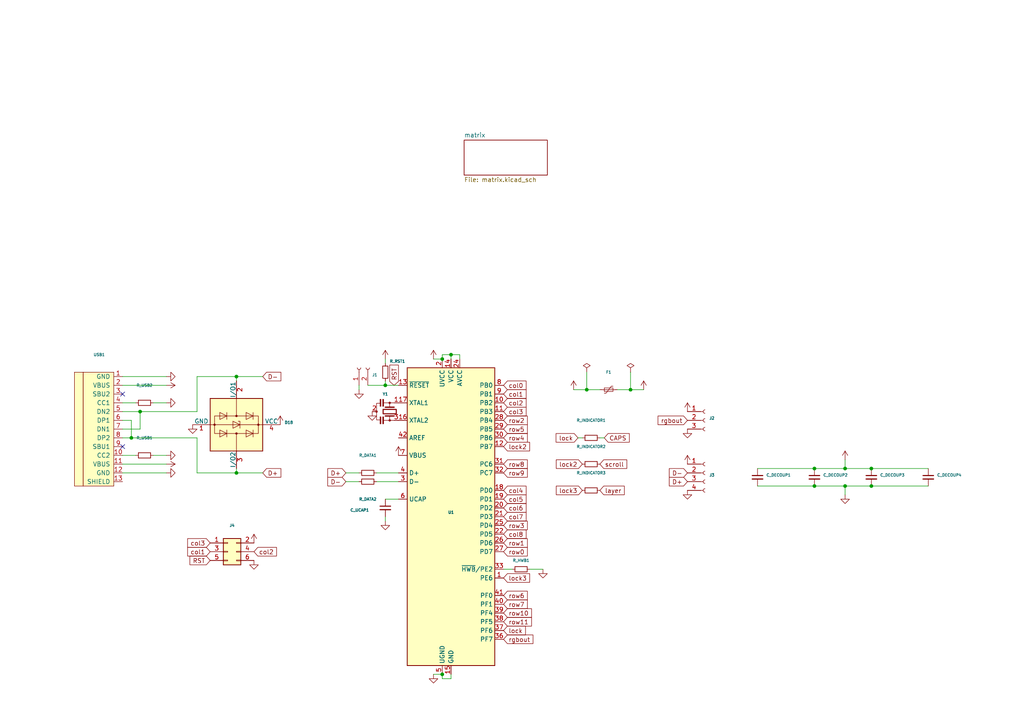
<source format=kicad_sch>
(kicad_sch (version 20230121) (generator eeschema)
  (paper "A4")
  (lib_symbols
    (symbol "Connector:Conn_01x02_Female" (pin_names (offset 1.016) hide)
      (property "Reference" "J" (at 0 2.54 0))
      (property "Value" "Conn_01x02_Female" (at 0 -5.08 0))
      (symbol "Conn_01x02_Female_1_1"
        (arc (start 0 -2.032) (mid -0.5058 -2.54) (end 0 -3.048) (stroke (width 0.1524)))
        (polyline (pts (xy -1.27 -2.54) (xy -0.508 -2.54)) (stroke (width 0.1524)))
        (polyline (pts (xy -1.27 0) (xy -0.508 0)) (stroke (width 0.1524)))
        (arc (start 0 0.508) (mid -0.5058 0) (end 0 -0.508) (stroke (width 0.1524)))
        (pin passive line (at -5.08 0 0) (length 3.81) (name "Pin_1") (number "1"))
        (pin passive line (at -5.08 -2.54 0) (length 3.81) (name "Pin_2") (number "2"))
      )
    )
    (symbol "Connector:Conn_01x03_Female" (pin_names (offset 1.016) hide)
      (property "Reference" "J" (at 0 5.08 0))
      (property "Value" "Conn_01x03_Female" (at 0 -5.08 0))
      (symbol "Conn_01x03_Female_1_1"
        (arc (start 0 -2.032) (mid -0.5058 -2.54) (end 0 -3.048) (stroke (width 0.1524)))
        (polyline (pts (xy -1.27 -2.54) (xy -0.508 -2.54)) (stroke (width 0.1524)))
        (polyline (pts (xy -1.27 0) (xy -0.508 0)) (stroke (width 0.1524)))
        (polyline (pts (xy -1.27 2.54) (xy -0.508 2.54)) (stroke (width 0.1524)))
        (arc (start 0 0.508) (mid -0.5058 0) (end 0 -0.508) (stroke (width 0.1524)))
        (arc (start 0 3.048) (mid -0.5058 2.54) (end 0 2.032) (stroke (width 0.1524)))
        (pin passive line (at -5.08 2.54 0) (length 3.81) (name "Pin_1") (number "1"))
        (pin passive line (at -5.08 0 0) (length 3.81) (name "Pin_2") (number "2"))
        (pin passive line (at -5.08 -2.54 0) (length 3.81) (name "Pin_3") (number "3"))
      )
    )
    (symbol "Connector:Conn_01x04_Female" (pin_names (offset 1.016) hide)
      (property "Reference" "J" (at 0 5.08 0))
      (property "Value" "Conn_01x04_Female" (at 0 -7.62 0))
      (symbol "Conn_01x04_Female_1_1"
        (arc (start 0 -4.572) (mid -0.5058 -5.08) (end 0 -5.588) (stroke (width 0.1524)))
        (arc (start 0 -2.032) (mid -0.5058 -2.54) (end 0 -3.048) (stroke (width 0.1524)))
        (polyline (pts (xy -1.27 -5.08) (xy -0.508 -5.08)) (stroke (width 0.1524)))
        (polyline (pts (xy -1.27 -2.54) (xy -0.508 -2.54)) (stroke (width 0.1524)))
        (polyline (pts (xy -1.27 0) (xy -0.508 0)) (stroke (width 0.1524)))
        (polyline (pts (xy -1.27 2.54) (xy -0.508 2.54)) (stroke (width 0.1524)))
        (arc (start 0 0.508) (mid -0.5058 0) (end 0 -0.508) (stroke (width 0.1524)))
        (arc (start 0 3.048) (mid -0.5058 2.54) (end 0 2.032) (stroke (width 0.1524)))
        (pin passive line (at -5.08 2.54 0) (length 3.81) (name "Pin_1") (number "1"))
        (pin passive line (at -5.08 0 0) (length 3.81) (name "Pin_2") (number "2"))
        (pin passive line (at -5.08 -2.54 0) (length 3.81) (name "Pin_3") (number "3"))
        (pin passive line (at -5.08 -5.08 0) (length 3.81) (name "Pin_4") (number "4"))
      )
    )
    (symbol "Connector_Generic:Conn_02x03_Odd_Even" (pin_names (offset 1.016) hide)
      (property "Reference" "J" (at 1.27 5.08 0))
      (property "Value" "Conn_02x03_Odd_Even" (at 1.27 -5.08 0))
      (symbol "Conn_02x03_Odd_Even_1_1"
        (rectangle (start -1.27 -2.413) (end 0 -2.667) (stroke (width 0.1524)))
        (rectangle (start -1.27 0.127) (end 0 -0.127) (stroke (width 0.1524)))
        (rectangle (start -1.27 2.667) (end 0 2.413) (stroke (width 0.1524)))
        (rectangle (start -1.27 3.81) (end 3.81 -3.81) (stroke (width 0.254)) (fill (type background)))
        (rectangle (start 3.81 -2.413) (end 2.54 -2.667) (stroke (width 0.1524)))
        (rectangle (start 3.81 0.127) (end 2.54 -0.127) (stroke (width 0.1524)))
        (rectangle (start 3.81 2.667) (end 2.54 2.413) (stroke (width 0.1524)))
        (pin passive line (at -5.08 2.54 0) (length 3.81) (name "Pin_1") (number "1"))
        (pin passive line (at 7.62 2.54 180) (length 3.81) (name "Pin_2") (number "2"))
        (pin passive line (at -5.08 0 0) (length 3.81) (name "Pin_3") (number "3"))
        (pin passive line (at 7.62 0 180) (length 3.81) (name "Pin_4") (number "4"))
        (pin passive line (at -5.08 -2.54 0) (length 3.81) (name "Pin_5") (number "5"))
        (pin passive line (at 7.62 -2.54 180) (length 3.81) (name "Pin_6") (number "6"))
      )
    )
    (symbol "Device:C_Small" (pin_numbers hide) (pin_names (offset 0.254) hide)
      (property "Reference" "C" (at 0.254 1.778 0))
      (property "Value" "C_Small" (at 0.254 -2.032 0))
      (symbol "C_Small_0_1"
        (polyline (pts (xy -1.524 -0.508) (xy 1.524 -0.508)) (stroke (width 0.3302)))
        (polyline (pts (xy -1.524 0.508) (xy 1.524 0.508)) (stroke (width 0.3048)))
      )
      (symbol "C_Small_1_1"
        (pin passive line (at 0 2.54 270) (length 2.032) (name "~") (number "1"))
        (pin passive line (at 0 -2.54 90) (length 2.032) (name "~") (number "2"))
      )
    )
    (symbol "Device:Polyfuse_Small" (pin_numbers hide) (pin_names (offset 0))
      (property "Reference" "F" (at -1.905 0 90))
      (property "Value" "Polyfuse_Small" (at 1.905 0 90))
      (symbol "Polyfuse_Small_0_1"
        (rectangle (start -0.508 1.27) (end 0.508 -1.27))
        (polyline (pts (xy 0 2.54) (xy 0 -2.54)))
        (polyline (pts (xy -1.016 1.27) (xy -1.016 0.762) (xy 1.016 -0.762) (xy 1.016 -1.27)))
      )
      (symbol "Polyfuse_Small_1_1"
        (pin passive line (at 0 2.54 270) (length 0.635) (name "~") (number "1"))
        (pin passive line (at 0 -2.54 90) (length 0.635) (name "~") (number "2"))
      )
    )
    (symbol "Device:R_Small" (pin_numbers hide) (pin_names (offset 0.254) hide)
      (property "Reference" "R" (at 0.762 0.508 0))
      (property "Value" "R_Small" (at 0.762 -1.016 0))
      (symbol "R_Small_0_1"
        (rectangle (start -0.762 1.778) (end 0.762 -1.778) (stroke (width 0.2032)))
      )
      (symbol "R_Small_1_1"
        (pin passive line (at 0 2.54 270) (length 0.762) (name "~") (number "1"))
        (pin passive line (at 0 -2.54 90) (length 0.762) (name "~") (number "2"))
      )
    )
    (symbol "Device:Resonator_Small" (pin_names (offset 1.016) hide)
      (property "Reference" "Y" (at 3.175 1.905 0))
      (property "Value" "Resonator_Small" (at 3.175 0 0))
      (symbol "Resonator_Small_0_1"
        (rectangle (start -3.556 -2.54) (end -1.524 -2.794) (fill (type outline)))
        (rectangle (start -3.556 -1.778) (end -1.524 -2.032) (fill (type outline)))
        (circle (center -2.54 0) (radius 0.254) (fill (type outline)))
        (rectangle (start -0.635 1.905) (end 0.635 -1.905) (stroke (width 0.3048)))
        (circle (center 0 -3.81) (radius 0.254) (fill (type outline)))
        (polyline (pts (xy -2.54 -1.778) (xy -2.54 0)))
        (polyline (pts (xy -2.54 0) (xy -1.397 0)))
        (polyline (pts (xy -2.54 1.27) (xy -2.54 0)))
        (polyline (pts (xy -1.27 -1.27) (xy -1.27 1.27)) (stroke (width 0.381)))
        (polyline (pts (xy 1.27 -1.27) (xy 1.27 1.27)) (stroke (width 0.381)))
        (polyline (pts (xy 1.27 0) (xy 2.54 0)))
        (polyline (pts (xy 2.54 0) (xy 2.54 -1.778)))
        (polyline (pts (xy 2.54 1.27) (xy 2.54 0)))
        (polyline (pts (xy 2.413 -2.794) (xy 2.413 -3.81) (xy -2.413 -3.81) (xy -2.413 -2.667)))
        (rectangle (start 1.524 -2.54) (end 3.556 -2.794) (fill (type outline)))
        (rectangle (start 1.524 -1.778) (end 3.556 -2.032) (fill (type outline)))
        (circle (center 2.54 0) (radius 0.254) (fill (type outline)))
      )
      (symbol "Resonator_Small_1_1"
        (pin passive line (at -2.54 2.54 270) (length 1.27) (name "1") (number "1"))
        (pin passive line (at 0 -5.08 90) (length 1.27) (name "2") (number "2"))
        (pin passive line (at 2.54 2.54 270) (length 1.27) (name "3") (number "3"))
      )
    )
    (symbol "FMKC_Parts:HRO-TYPE-C-31-M-12" (pin_names (offset 1.016))
      (property "Reference" "USB" (at -5.08 16.51 0))
      (property "Value" "HRO-TYPE-C-31-M-12" (at -10.16 -1.27 90))
      (symbol "HRO-TYPE-C-31-M-12_0_1"
        (rectangle (start -11.43 15.24) (end -8.89 -17.78) (fill (type background)))
        (rectangle (start 0 -17.78) (end -8.89 15.24) (fill (type background)))
      )
      (symbol "HRO-TYPE-C-31-M-12_1_1"
        (pin input line (at 2.54 13.97 180) (length 2.54) (name "GND") (number "1"))
        (pin input line (at 2.54 -8.89 180) (length 2.54) (name "CC2") (number "10"))
        (pin input line (at 2.54 -11.43 180) (length 2.54) (name "VBUS") (number "11"))
        (pin input line (at 2.54 -13.97 180) (length 2.54) (name "GND") (number "12"))
        (pin input line (at 2.54 -16.51 180) (length 2.54) (name "SHIELD") (number "13"))
        (pin input line (at 2.54 11.43 180) (length 2.54) (name "VBUS") (number "2"))
        (pin input line (at 2.54 8.89 180) (length 2.54) (name "SBU2") (number "3"))
        (pin input line (at 2.54 6.35 180) (length 2.54) (name "CC1") (number "4"))
        (pin input line (at 2.54 3.81 180) (length 2.54) (name "DN2") (number "5"))
        (pin input line (at 2.54 1.27 180) (length 2.54) (name "DP1") (number "6"))
        (pin input line (at 2.54 -1.27 180) (length 2.54) (name "DN1") (number "7"))
        (pin input line (at 2.54 -3.81 180) (length 2.54) (name "DP2") (number "8"))
        (pin input line (at 2.54 -6.35 180) (length 2.54) (name "SBU1") (number "9"))
      )
    )
    (symbol "MCU_Microchip_ATmega:ATmega32U4-M"
      (property "Reference" "U" (at -12.7 44.45 0))
      (property "Value" "ATmega32U4-M" (at 2.54 -44.45 0))
      (symbol "ATmega32U4-M_0_1"
        (rectangle (start -12.7 -43.18) (end 12.7 43.18) (stroke (width 0.254)) (fill (type background)))
      )
      (symbol "ATmega32U4-M_1_1"
        (pin bidirectional line (at 15.24 -17.78 180) (length 2.54) (name "PE6") (number "1"))
        (pin bidirectional line (at 15.24 33.02 180) (length 2.54) (name "PB2") (number "10"))
        (pin bidirectional line (at 15.24 30.48 180) (length 2.54) (name "PB3") (number "11"))
        (pin bidirectional line (at 15.24 20.32 180) (length 2.54) (name "PB7") (number "12"))
        (pin input line (at -15.24 38.1 0) (length 2.54) (name "~{RESET}") (number "13"))
        (pin power_in line (at 0 45.72 270) (length 2.54) (name "VCC") (number "14"))
        (pin power_in line (at 0 -45.72 90) (length 2.54) (name "GND") (number "15"))
        (pin output line (at -15.24 27.94 0) (length 2.54) (name "XTAL2") (number "16"))
        (pin input line (at -15.24 33.02 0) (length 2.54) (name "XTAL1") (number "17"))
        (pin bidirectional line (at 15.24 7.62 180) (length 2.54) (name "PD0") (number "18"))
        (pin bidirectional line (at 15.24 5.08 180) (length 2.54) (name "PD1") (number "19"))
        (pin power_in line (at -2.54 45.72 270) (length 2.54) (name "UVCC") (number "2"))
        (pin bidirectional line (at 15.24 2.54 180) (length 2.54) (name "PD2") (number "20"))
        (pin bidirectional line (at 15.24 0 180) (length 2.54) (name "PD3") (number "21"))
        (pin bidirectional line (at 15.24 -5.08 180) (length 2.54) (name "PD5") (number "22"))
        (pin passive line (at 0 -45.72 90) (length 2.54) hide (name "GND") (number "23"))
        (pin power_in line (at 2.54 45.72 270) (length 2.54) (name "AVCC") (number "24"))
        (pin bidirectional line (at 15.24 -2.54 180) (length 2.54) (name "PD4") (number "25"))
        (pin bidirectional line (at 15.24 -7.62 180) (length 2.54) (name "PD6") (number "26"))
        (pin bidirectional line (at 15.24 -10.16 180) (length 2.54) (name "PD7") (number "27"))
        (pin bidirectional line (at 15.24 27.94 180) (length 2.54) (name "PB4") (number "28"))
        (pin bidirectional line (at 15.24 25.4 180) (length 2.54) (name "PB5") (number "29"))
        (pin bidirectional line (at -15.24 10.16 0) (length 2.54) (name "D-") (number "3"))
        (pin bidirectional line (at 15.24 22.86 180) (length 2.54) (name "PB6") (number "30"))
        (pin bidirectional line (at 15.24 15.24 180) (length 2.54) (name "PC6") (number "31"))
        (pin bidirectional line (at 15.24 12.7 180) (length 2.54) (name "PC7") (number "32"))
        (pin bidirectional line (at 15.24 -15.24 180) (length 2.54) (name "~{HWB}/PE2") (number "33"))
        (pin passive line (at 0 45.72 270) (length 2.54) hide (name "VCC") (number "34"))
        (pin passive line (at 0 -45.72 90) (length 2.54) hide (name "GND") (number "35"))
        (pin bidirectional line (at 15.24 -35.56 180) (length 2.54) (name "PF7") (number "36"))
        (pin bidirectional line (at 15.24 -33.02 180) (length 2.54) (name "PF6") (number "37"))
        (pin bidirectional line (at 15.24 -30.48 180) (length 2.54) (name "PF5") (number "38"))
        (pin bidirectional line (at 15.24 -27.94 180) (length 2.54) (name "PF4") (number "39"))
        (pin bidirectional line (at -15.24 12.7 0) (length 2.54) (name "D+") (number "4"))
        (pin bidirectional line (at 15.24 -25.4 180) (length 2.54) (name "PF1") (number "40"))
        (pin bidirectional line (at 15.24 -22.86 180) (length 2.54) (name "PF0") (number "41"))
        (pin passive line (at -15.24 22.86 0) (length 2.54) (name "AREF") (number "42"))
        (pin passive line (at 0 -45.72 90) (length 2.54) hide (name "GND") (number "43"))
        (pin passive line (at 2.54 45.72 270) (length 2.54) hide (name "AVCC") (number "44"))
        (pin passive line (at 0 -45.72 90) (length 2.54) hide (name "GND") (number "45"))
        (pin passive line (at -2.54 -45.72 90) (length 2.54) (name "UGND") (number "5"))
        (pin passive line (at -15.24 5.08 0) (length 2.54) (name "UCAP") (number "6"))
        (pin input line (at -15.24 17.78 0) (length 2.54) (name "VBUS") (number "7"))
        (pin bidirectional line (at 15.24 38.1 180) (length 2.54) (name "PB0") (number "8"))
        (pin bidirectional line (at 15.24 35.56 180) (length 2.54) (name "PB1") (number "9"))
      )
    )
    (symbol "Power_Protection:PRTR5V0U2X" (pin_names (offset 0))
      (property "Reference" "D" (at 2.794 8.636 0))
      (property "Value" "PRTR5V0U2X" (at 8.128 -9.398 0))
      (symbol "PRTR5V0U2X_0_1"
        (rectangle (start -7.62 -7.62) (end 7.62 7.62) (stroke (width 0.254)) (fill (type background)))
        (circle (center -2.54 0) (radius 0.254) (fill (type outline)))
        (rectangle (start -2.54 6.35) (end 2.54 -6.35))
        (circle (center 0 -6.35) (radius 0.254) (fill (type outline)))
        (polyline (pts (xy -2.54 0) (xy -7.62 0)))
        (polyline (pts (xy -1.524 -2.794) (xy -3.556 -2.794)))
        (polyline (pts (xy -1.524 4.826) (xy -3.556 4.826)))
        (polyline (pts (xy 0 -7.62) (xy 0 7.62)))
        (polyline (pts (xy 1.524 -2.794) (xy 3.556 -2.794)))
        (polyline (pts (xy 1.524 4.826) (xy 3.556 4.826)))
        (polyline (pts (xy 2.54 0) (xy 7.62 0)))
        (polyline (pts (xy 1.016 1.016) (xy -1.016 1.016) (xy -1.016 0.508)))
        (polyline (pts (xy -3.556 -4.826) (xy -1.524 -4.826) (xy -2.54 -2.794) (xy -3.556 -4.826)))
        (polyline (pts (xy -3.556 2.794) (xy -1.524 2.794) (xy -2.54 4.826) (xy -3.556 2.794)))
        (polyline (pts (xy -1.016 -1.016) (xy 1.016 -1.016) (xy 0 1.016) (xy -1.016 -1.016)))
        (polyline (pts (xy 3.556 -4.826) (xy 1.524 -4.826) (xy 2.54 -2.794) (xy 3.556 -4.826)))
        (polyline (pts (xy 3.556 2.794) (xy 1.524 2.794) (xy 2.54 4.826) (xy 3.556 2.794)))
        (circle (center 0 6.35) (radius 0.254) (fill (type outline)))
        (circle (center 2.54 0) (radius 0.254) (fill (type outline)))
      )
      (symbol "PRTR5V0U2X_1_1"
        (pin passive line (at 0 -12.7 90) (length 5.08) (name "GND") (number "1"))
        (pin passive line (at -12.7 0 0) (length 5.08) (name "I/O1") (number "2"))
        (pin passive line (at 12.7 0 180) (length 5.08) (name "I/O2") (number "3"))
        (pin passive line (at 0 12.7 270) (length 5.08) (name "VCC") (number "4"))
      )
    )
    (symbol "power:+5V" (power) (pin_names (offset 0))
      (property "Value" "+5V" (at 0 3.556 0))
      (symbol "+5V_0_1"
        (polyline (pts (xy -0.762 1.27) (xy 0 2.54)))
        (polyline (pts (xy 0 0) (xy 0 2.54)))
        (polyline (pts (xy 0 2.54) (xy 0.762 1.27)))
      )
      (symbol "+5V_1_1"
        (pin power_in line (at 0 0 90) (length 0) hide (name "+5V") (number "1"))
      )
    )
    (symbol "power:GND" (power) (pin_names (offset 0))
      (property "Value" "GND" (at 0 -3.81 0))
      (symbol "GND_0_1"
        (polyline (pts (xy 0 0) (xy 0 -1.27) (xy 1.27 -1.27) (xy 0 -2.54) (xy -1.27 -1.27) (xy 0 -1.27)))
      )
      (symbol "GND_1_1"
        (pin power_in line (at 0 0 270) (length 0) hide (name "GND") (number "1"))
      )
    )
    (symbol "power:PWR_FLAG" (power) (pin_numbers hide) (pin_names (offset 0) hide)
      (property "Value" "PWR_FLAG" (at 0 3.81 0))
      (symbol "PWR_FLAG_0_0"
        (pin power_out line (at 0 0 90) (length 0) (name "pwr") (number "1"))
      )
      (symbol "PWR_FLAG_0_1"
        (polyline (pts (xy 0 0) (xy 0 1.27) (xy -1.016 1.905) (xy 0 2.54) (xy 1.016 1.905) (xy 0 1.27)))
      )
    )
    (symbol "power:VCC" (power) (pin_names (offset 0))
      (property "Value" "VCC" (at 0 3.81 0))
      (symbol "VCC_0_1"
        (polyline (pts (xy -0.762 1.27) (xy 0 2.54)))
        (polyline (pts (xy 0 0) (xy 0 2.54)))
        (polyline (pts (xy 0 2.54) (xy 0.762 1.27)))
      )
      (symbol "VCC_1_1"
        (pin power_in line (at 0 0 90) (length 0) hide (name "VCC") (number "1"))
      )
    )
  )
  (junction (at 236.22 140.97) (diameter 0.9144))
  (junction (at 40.64 119.38) (diameter 0.9144))
  (junction (at 38.1 127) (diameter 0.9144))
  (junction (at 170.18 113.03) (diameter 0.9144))
  (junction (at 245.11 140.97) (diameter 0.9144))
  (junction (at 236.22 135.89) (diameter 0.9144))
  (junction (at 128.27 104.14) (diameter 0.9144))
  (junction (at 68.58 109.22) (diameter 0.9144))
  (junction (at 128.27 195.58) (diameter 0.9144))
  (junction (at 182.88 113.03) (diameter 0.9144))
  (junction (at 68.58 137.16) (diameter 0.9144))
  (junction (at 111.76 111.76) (diameter 0.9144))
  (junction (at 252.73 140.97) (diameter 0.9144))
  (junction (at 130.81 102.87) (diameter 0.9144))
  (junction (at 252.73 135.89) (diameter 0.9144))
  (junction (at 245.11 135.89) (diameter 0.9144))
  (no_connect (at 35.56 114.3))
  (no_connect (at 35.56 129.54))
  (wire (pts (xy 125.73 195.58) (xy 128.27 195.58)))
  (wire (pts (xy 35.56 111.76) (xy 48.26 111.76)))
  (wire (pts (xy 40.64 119.38) (xy 57.15 119.38)))
  (wire (pts (xy 57.15 109.22) (xy 68.58 109.22)))
  (wire (pts (xy 57.15 119.38) (xy 57.15 109.22)))
  (wire (pts (xy 68.58 109.22) (xy 76.2 109.22)))
  (wire (pts (xy 125.73 104.14) (xy 128.27 104.14)))
  (wire (pts (xy 167.64 127) (xy 168.91 127)))
  (wire (pts (xy 173.99 127) (xy 175.26 127)))
  (wire (pts (xy 130.81 102.87) (xy 133.35 102.87)))
  (wire (pts (xy 133.35 102.87) (xy 133.35 104.14)))
  (wire (pts (xy 68.58 135.89) (xy 68.58 137.16)))
  (wire (pts (xy 35.56 137.16) (xy 48.26 137.16)))
  (wire (pts (xy 179.07 113.03) (xy 182.88 113.03)))
  (wire (pts (xy 68.58 109.22) (xy 68.58 110.49)))
  (wire (pts (xy 35.56 109.22) (xy 48.26 109.22)))
  (wire (pts (xy 170.18 107.95) (xy 170.18 113.03)))
  (wire (pts (xy 35.56 132.08) (xy 39.37 132.08)))
  (wire (pts (xy 44.45 132.08) (xy 48.26 132.08)))
  (wire (pts (xy 146.05 165.1) (xy 148.59 165.1)))
  (wire (pts (xy 153.67 165.1) (xy 157.48 165.1)))
  (wire (pts (xy 104.14 111.76) (xy 104.14 113.03)))
  (wire (pts (xy 166.37 113.03) (xy 170.18 113.03)))
  (wire (pts (xy 35.56 134.62) (xy 48.26 134.62)))
  (wire (pts (xy 106.68 111.76) (xy 111.76 111.76)))
  (wire (pts (xy 245.11 140.97) (xy 245.11 143.51)))
  (wire (pts (xy 170.18 113.03) (xy 173.99 113.03)))
  (wire (pts (xy 100.33 137.16) (xy 104.14 137.16)))
  (wire (pts (xy 109.22 137.16) (xy 115.57 137.16)))
  (wire (pts (xy 35.56 116.84) (xy 39.37 116.84)))
  (wire (pts (xy 44.45 116.84) (xy 48.26 116.84)))
  (wire (pts (xy 182.88 107.95) (xy 182.88 113.03)))
  (wire (pts (xy 182.88 113.03) (xy 186.69 113.03)))
  (wire (pts (xy 38.1 127) (xy 57.15 127)))
  (wire (pts (xy 57.15 127) (xy 57.15 137.16)))
  (wire (pts (xy 57.15 137.16) (xy 68.58 137.16)))
  (wire (pts (xy 68.58 137.16) (xy 76.2 137.16)))
  (wire (pts (xy 128.27 102.87) (xy 130.81 102.87)))
  (wire (pts (xy 128.27 104.14) (xy 128.27 102.87)))
  (wire (pts (xy 130.81 102.87) (xy 130.81 104.14)))
  (wire (pts (xy 219.71 140.97) (xy 236.22 140.97)))
  (wire (pts (xy 236.22 140.97) (xy 245.11 140.97)))
  (wire (pts (xy 245.11 140.97) (xy 252.73 140.97)))
  (wire (pts (xy 252.73 140.97) (xy 269.24 140.97)))
  (wire (pts (xy 219.71 135.89) (xy 236.22 135.89)))
  (wire (pts (xy 236.22 135.89) (xy 245.11 135.89)))
  (wire (pts (xy 245.11 135.89) (xy 252.73 135.89)))
  (wire (pts (xy 252.73 135.89) (xy 269.24 135.89)))
  (wire (pts (xy 245.11 133.35) (xy 245.11 135.89)))
  (wire (pts (xy 100.33 139.7) (xy 104.14 139.7)))
  (wire (pts (xy 109.22 139.7) (xy 115.57 139.7)))
  (wire (pts (xy 111.76 144.78) (xy 115.57 144.78)))
  (wire (pts (xy 111.76 151.13) (xy 111.76 149.86)))
  (wire (pts (xy 35.56 121.92) (xy 38.1 121.92)))
  (wire (pts (xy 38.1 121.92) (xy 38.1 127)))
  (wire (pts (xy 38.1 127) (xy 35.56 127)))
  (wire (pts (xy 128.27 195.58) (xy 128.27 196.85)))
  (wire (pts (xy 128.27 196.85) (xy 130.81 196.85)))
  (wire (pts (xy 130.81 196.85) (xy 130.81 195.58)))
  (wire (pts (xy 111.76 104.14) (xy 111.76 105.41)))
  (wire (pts (xy 111.76 110.49) (xy 111.76 111.76)))
  (wire (pts (xy 111.76 111.76) (xy 115.57 111.76)))
  (wire (pts (xy 35.56 119.38) (xy 40.64 119.38)))
  (wire (pts (xy 35.56 124.46) (xy 40.64 124.46)))
  (wire (pts (xy 40.64 119.38) (xy 40.64 124.46)))
  (global_label "col5" (shape input) (at 146.05 144.78 0) (property "Intersheetrefs" "${INTERSHEET_REFS}" (effects hide)))
  (global_label "col7" (shape input) (at 146.05 149.86 0) (property "Intersheetrefs" "${INTERSHEET_REFS}" (effects hide)))
  (global_label "lock3" (shape input) (at 146.05 167.64 0) (property "Intersheetrefs" "${INTERSHEET_REFS}" (effects hide)))
  (global_label "row5" (shape input) (at 146.05 124.46 0) (property "Intersheetrefs" "${INTERSHEET_REFS}" (effects hide)))
  (global_label "RST" (shape input) (at 60.96 162.56 180) (property "Intersheetrefs" "${INTERSHEET_REFS}" (effects hide)))
  (global_label "lock3" (shape input) (at 168.91 142.24 180) (property "Intersheetrefs" "${INTERSHEET_REFS}" (effects hide)))
  (global_label "D-" (shape input) (at 76.2 109.22 0) (property "Intersheetrefs" "${INTERSHEET_REFS}" (effects hide)))
  (global_label "col0" (shape input) (at 146.05 111.76 0) (property "Intersheetrefs" "${INTERSHEET_REFS}" (effects hide)))
  (global_label "col2" (shape input) (at 73.66 160.02 0) (property "Intersheetrefs" "${INTERSHEET_REFS}" (effects hide)))
  (global_label "lock2" (shape input) (at 168.91 134.62 180) (property "Intersheetrefs" "${INTERSHEET_REFS}" (effects hide)))
  (global_label "rgbout" (shape input) (at 199.39 121.92 180) (property "Intersheetrefs" "${INTERSHEET_REFS}" (effects hide)))
  (global_label "D+" (shape input) (at 199.39 139.7 180) (property "Intersheetrefs" "${INTERSHEET_REFS}" (effects hide)))
  (global_label "col4" (shape input) (at 146.05 142.24 0) (property "Intersheetrefs" "${INTERSHEET_REFS}" (effects hide)))
  (global_label "layer" (shape input) (at 173.99 142.24 0) (property "Intersheetrefs" "${INTERSHEET_REFS}" (effects hide)))
  (global_label "CAPS" (shape input) (at 175.26 127 0) (property "Intersheetrefs" "${INTERSHEET_REFS}" (effects hide)))
  (global_label "row4" (shape input) (at 146.05 127 0) (property "Intersheetrefs" "${INTERSHEET_REFS}" (effects hide)))
  (global_label "D+" (shape input) (at 76.2 137.16 0) (property "Intersheetrefs" "${INTERSHEET_REFS}" (effects hide)))
  (global_label "row11" (shape input) (at 146.05 180.34 0) (property "Intersheetrefs" "${INTERSHEET_REFS}" (effects hide)))
  (global_label "scroll" (shape input) (at 173.99 134.62 0) (property "Intersheetrefs" "${INTERSHEET_REFS}" (effects hide)))
  (global_label "row6" (shape input) (at 146.05 172.72 0) (property "Intersheetrefs" "${INTERSHEET_REFS}" (effects hide)))
  (global_label "row2" (shape input) (at 146.05 121.92 0) (property "Intersheetrefs" "${INTERSHEET_REFS}" (effects hide)))
  (global_label "row1" (shape input) (at 146.05 157.48 0) (property "Intersheetrefs" "${INTERSHEET_REFS}" (effects hide)))
  (global_label "RST" (shape input) (at 114.3 111.76 90) (property "Intersheetrefs" "${INTERSHEET_REFS}" (effects hide)))
  (global_label "rgbout" (shape input) (at 146.05 185.42 0) (property "Intersheetrefs" "${INTERSHEET_REFS}" (effects hide)))
  (global_label "row9" (shape input) (at 146.05 137.16 0) (property "Intersheetrefs" "${INTERSHEET_REFS}" (effects hide)))
  (global_label "row3" (shape input) (at 146.05 152.4 0) (property "Intersheetrefs" "${INTERSHEET_REFS}" (effects hide)))
  (global_label "col6" (shape input) (at 146.05 147.32 0) (property "Intersheetrefs" "${INTERSHEET_REFS}" (effects hide)))
  (global_label "row10" (shape input) (at 146.05 177.8 0) (property "Intersheetrefs" "${INTERSHEET_REFS}" (effects hide)))
  (global_label "col1" (shape input) (at 146.05 114.3 0) (property "Intersheetrefs" "${INTERSHEET_REFS}" (effects hide)))
  (global_label "lock" (shape input) (at 146.05 182.88 0) (property "Intersheetrefs" "${INTERSHEET_REFS}" (effects hide)))
  (global_label "D+" (shape input) (at 100.33 137.16 180) (property "Intersheetrefs" "${INTERSHEET_REFS}" (effects hide)))
  (global_label "col8" (shape input) (at 146.05 154.94 0) (property "Intersheetrefs" "${INTERSHEET_REFS}" (effects hide)))
  (global_label "col2" (shape input) (at 146.05 116.84 0) (property "Intersheetrefs" "${INTERSHEET_REFS}" (effects hide)))
  (global_label "D-" (shape input) (at 100.33 139.7 180) (property "Intersheetrefs" "${INTERSHEET_REFS}" (effects hide)))
  (global_label "row0" (shape input) (at 146.05 160.02 0) (property "Intersheetrefs" "${INTERSHEET_REFS}" (effects hide)))
  (global_label "col3" (shape input) (at 60.96 157.48 180) (property "Intersheetrefs" "${INTERSHEET_REFS}" (effects hide)))
  (global_label "row7" (shape input) (at 146.05 175.26 0) (property "Intersheetrefs" "${INTERSHEET_REFS}" (effects hide)))
  (global_label "col1" (shape input) (at 60.96 160.02 180) (property "Intersheetrefs" "${INTERSHEET_REFS}" (effects hide)))
  (global_label "lock2" (shape input) (at 146.05 129.54 0) (property "Intersheetrefs" "${INTERSHEET_REFS}" (effects hide)))
  (global_label "col3" (shape input) (at 146.05 119.38 0) (property "Intersheetrefs" "${INTERSHEET_REFS}" (effects hide)))
  (global_label "D-" (shape input) (at 199.39 137.16 180) (property "Intersheetrefs" "${INTERSHEET_REFS}" (effects hide)))
  (global_label "row8" (shape input) (at 146.05 134.62 0) (property "Intersheetrefs" "${INTERSHEET_REFS}" (effects hide)))
  (global_label "lock" (shape input) (at 167.64 127 180) (property "Intersheetrefs" "${INTERSHEET_REFS}" (effects hide)))
  (symbol (lib_id "power:VCC") (at 48.26 111.76 270) (unit 1)
    (property "Reference" "#PWR0106" (effects hide))
    (property "Value" "VCC" (at 52.07 112.3949 90) (effects (font (size 0.0254 0.0254)) (justify left)))
  )
  (symbol (lib_id "Device:Resonator_Small") (at 113.03 119.38 270) (unit 1)
    (property "Reference" "Y1" (at 111.76 114.3 90) (effects (font (size 0.8 0.8))))
    (property "Value" "Resonator_Small" (at 109.22 124.46 90) (effects (font (size 0.0254 0.0254))))
    (property "Footprint" "Crystal:Resonator_SMD_Murata_CSTxExxV-3Pin_3.0x1.1mm" (effects hide))
  )
  (symbol (lib_id "Device:R_Small") (at 41.91 116.84 270) (unit 1)
    (property "Reference" "R_USB2" (at 41.91 111.76 90) (effects (font (size 0.8 0.8))))
    (property "Value" "5k1" (at 41.91 114.3 90) (effects (font (size 0.0254 0.0254))))
    (property "Footprint" "Resistor_SMD:R_0402_1005Metric_Pad0.72x0.64mm_HandSolder" (effects hide))
  )
  (symbol (lib_id "power:GND") (at 245.11 143.51 0) (unit 1)
    (property "Reference" "#PWR0138" (effects hide))
    (property "Value" "GND" (at 245.11 148.59 0) (effects (font (size 0.0254 0.0254))))
  )
  (symbol (lib_id "Device:R_Small") (at 171.45 142.24 90) (unit 1)
    (property "Reference" "R_INDICATOR3" (at 171.45 137.16 90) (effects (font (size 0.8 0.8))))
    (property "Value" "220" (at 171.45 139.7 90) (effects (font (size 0.0254 0.0254))))
    (property "Footprint" "Resistor_SMD:R_0402_1005Metric_Pad0.72x0.64mm_HandSolder" (effects hide))
  )
  (symbol (lib_id "power:+5V") (at 73.66 157.48 0) (unit 1)
    (property "Reference" "#PWR0110" (effects hide))
    (property "Value" "+5V" (at 73.66 153.67 0) (effects (font (size 0.0254 0.0254))))
  )
  (symbol (lib_id "Device:R_Small") (at 171.45 134.62 90) (unit 1)
    (property "Reference" "R_INDICATOR2" (at 171.45 129.54 90) (effects (font (size 0.8 0.8))))
    (property "Value" "220" (at 171.45 132.08 90) (effects (font (size 0.0254 0.0254))))
    (property "Footprint" "Resistor_SMD:R_0402_1005Metric_Pad0.72x0.64mm_HandSolder" (effects hide))
  )
  (symbol (lib_id "power:+5V") (at 245.11 133.35 0) (unit 1)
    (property "Reference" "#PWR0139" (effects hide))
    (property "Value" "+5V" (at 245.11 129.54 0) (effects (font (size 0.0254 0.0254))))
  )
  (symbol (lib_id "power:VCC") (at 48.26 134.62 270) (unit 1)
    (property "Reference" "#PWR0103" (effects hide))
    (property "Value" "VCC" (at 52.07 135.2549 90) (effects (font (size 0.0254 0.0254)) (justify left)))
  )
  (symbol (lib_id "power:GND") (at 48.26 132.08 90) (unit 1)
    (property "Reference" "#PWR0101" (effects hide))
    (property "Value" "GND" (at 52.07 132.7149 90) (effects (font (size 0.0254 0.0254)) (justify right)))
  )
  (symbol (lib_id "Device:R_Small") (at 111.76 107.95 0) (unit 1)
    (property "Reference" "R_RST1" (at 113.03 104.7749 0) (effects (font (size 0.8 0.8)) (justify left)))
    (property "Value" "10k" (at 114.3 107.3149 0) (effects (font (size 0.0254 0.0254)) (justify left)))
    (property "Footprint" "Resistor_SMD:R_0402_1005Metric_Pad0.72x0.64mm_HandSolder" (effects hide))
  )
  (symbol (lib_id "Device:R_Small") (at 151.13 165.1 90) (unit 1)
    (property "Reference" "R_HWB1" (at 151.13 162.56 90) (effects (font (size 0.8 0.8))))
    (property "Value" "10k" (at 151.13 162.56 90) (effects (font (size 0.0254 0.0254))))
    (property "Footprint" "Resistor_SMD:R_0402_1005Metric_Pad0.72x0.64mm_HandSolder" (effects hide))
  )
  (symbol (lib_id "Device:R_Small") (at 41.91 132.08 270) (unit 1)
    (property "Reference" "R_USB1" (at 41.91 127 90) (effects (font (size 0.8 0.8))))
    (property "Value" "5k1" (at 41.91 129.54 90) (effects (font (size 0.0254 0.0254))))
    (property "Footprint" "Resistor_SMD:R_0402_1005Metric_Pad0.72x0.64mm_HandSolder" (effects hide))
  )
  (symbol (lib_id "power:GND") (at 125.73 195.58 0) (unit 1)
    (property "Reference" "#PWR0129" (effects hide))
    (property "Value" "GND" (at 121.92 196.85 0) (effects (font (size 0.0254 0.0254))))
  )
  (symbol (lib_id "power:PWR_FLAG") (at 182.88 107.95 0) (unit 1)
    (property "Reference" "#FLG0101" (effects hide))
    (property "Value" "PWR_FLAG" (at 182.88 104.14 0) (effects (font (size 0.0254 0.0254))))
  )
  (symbol (lib_id "power:+5V") (at 199.39 134.62 0) (unit 1)
    (property "Reference" "#PWR0119" (effects hide))
    (property "Value" "+5V" (at 199.39 130.81 0) (effects (font (size 0.0254 0.0254))))
  )
  (symbol (lib_id "Power_Protection:PRTR5V0U2X") (at 68.58 123.19 270) (unit 1)
    (property "Reference" "D18" (at 82.55 122.5549 90) (effects (font (size 0.8 0.8)) (justify left)))
    (property "Value" "PRTR5V0U2X" (at 82.55 125.0949 90) (effects (font (size 0.0254 0.0254)) (justify left)))
    (property "Footprint" "Package_TO_SOT_SMD:SOT-143" (effects hide))
    (property "Datasheet" "https://assets.nexperia.com/documents/data-sheet/PRTR5V0U2X.pdf" (effects hide))
  )
  (symbol (lib_id "power:VCC") (at 81.28 123.19 0) (unit 1)
    (property "Reference" "#PWR0123" (effects hide))
    (property "Value" "VCC" (at 81.28 119.38 0) (effects (font (size 0.0254 0.0254))))
  )
  (symbol (lib_id "Connector_Generic:Conn_02x03_Odd_Even") (at 66.04 160.02 0) (unit 1)
    (property "Reference" "J4" (at 67.31 152.4 0) (effects (font (size 0.8 0.8))))
    (property "Value" "ISP_Breakout" (at 67.31 154.94 0) (effects (font (size 0.0254 0.0254))))
    (property "Footprint" "Connector_PinHeader_2.54mm:PinHeader_2x03_P2.54mm_Vertical" (effects hide))
  )
  (symbol (lib_id "power:GND") (at 48.26 109.22 90) (unit 1)
    (property "Reference" "#PWR0104" (effects hide))
    (property "Value" "GND" (at 52.07 109.8549 90) (effects (font (size 0.0254 0.0254)) (justify right)))
  )
  (symbol (lib_id "Device:R_Small") (at 106.68 137.16 90) (unit 1)
    (property "Reference" "R_DATA1" (at 106.68 132.08 90) (effects (font (size 0.8 0.8))))
    (property "Value" "22" (at 106.68 134.62 90) (effects (font (size 0.0254 0.0254))))
    (property "Footprint" "Resistor_SMD:R_0805_2012Metric_Pad1.20x1.40mm_HandSolder" (effects hide))
  )
  (symbol (lib_id "power:GND") (at 107.95 119.38 0) (unit 1)
    (property "Reference" "#PWR0128" (effects hide))
    (property "Value" "GND" (at 104.14 120.65 0) (effects (font (size 0.0254 0.0254))))
  )
  (symbol (lib_id "MCU_Microchip_ATmega:ATmega32U4-M") (at 130.81 149.86 0) (unit 1)
    (property "Reference" "U1" (at 130.81 148.59 0) (effects (font (size 0.8 0.8))))
    (property "Value" "ATmega32U4-M" (at 130.81 151.13 0) (effects (font (size 0.0254 0.0254))))
    (property "Footprint" "Package_DFN_QFN:QFN-44-1EP_7x7mm_P0.5mm_EP5.2x5.2mm" (effects hide))
    (property "Datasheet" "http://ww1.microchip.com/downloads/en/DeviceDoc/Atmel-7766-8-bit-AVR-ATmega16U4-32U4_Datasheet.pdf" (effects hide))
  )
  (symbol (lib_id "Device:C_Small") (at 269.24 138.43 0) (unit 1)
    (property "Reference" "C_DECOUP4" (at 271.78 137.7949 0) (effects (font (size 0.8 0.8)) (justify left)))
    (property "Value" "10u" (at 271.78 140.3349 0) (effects (font (size 0.0254 0.0254)) (justify left)))
    (property "Footprint" "Capacitor_SMD:C_0402_1005Metric_Pad0.74x0.62mm_HandSolder" (effects hide))
  )
  (symbol (lib_id "Connector:Conn_01x02_Female") (at 104.14 106.68 90) (unit 1)
    (property "Reference" "J1" (at 107.95 108.7373 90) (effects (font (size 0.8 0.8)) (justify right)))
    (property "Value" "Reset Jumper" (at 97.79 104.9273 90) (effects (font (size 0.0254 0.0254)) (justify right)))
    (property "Footprint" "Button_Switch_SMD:SW_SPST_TL3342" (effects hide))
  )
  (symbol (lib_id "Device:C_Small") (at 219.71 138.43 0) (unit 1)
    (property "Reference" "C_DECOUP1" (at 222.25 137.7949 0) (effects (font (size 0.8 0.8)) (justify left)))
    (property "Value" ".1u" (at 222.25 140.3349 0) (effects (font (size 0.0254 0.0254)) (justify left)))
    (property "Footprint" "Capacitor_SMD:C_0402_1005Metric_Pad0.74x0.62mm_HandSolder" (effects hide))
  )
  (symbol (lib_id "power:+5V") (at 199.39 119.38 0) (unit 1)
    (property "Reference" "#PWR0114" (effects hide))
    (property "Value" "+5V" (at 199.39 115.57 0) (effects (font (size 0.0254 0.0254))))
  )
  (symbol (lib_id "power:+5V") (at 115.57 132.08 0) (unit 1)
    (property "Reference" "#PWR0137" (effects hide))
    (property "Value" "+5V" (at 115.57 128.27 0) (effects (font (size 0.0254 0.0254))))
  )
  (symbol (lib_id "Device:C_Small") (at 236.22 138.43 0) (unit 1)
    (property "Reference" "C_DECOUP2" (at 238.76 137.7949 0) (effects (font (size 0.8 0.8)) (justify left)))
    (property "Value" ".1u" (at 238.76 140.3349 0) (effects (font (size 0.0254 0.0254)) (justify left)))
    (property "Footprint" "Capacitor_SMD:C_0402_1005Metric_Pad0.74x0.62mm_HandSolder" (effects hide))
  )
  (symbol (lib_id "power:PWR_FLAG") (at 170.18 107.95 0) (unit 1)
    (property "Reference" "#FLG0102" (effects hide))
    (property "Value" "PWR_FLAG" (at 170.18 104.14 0) (effects (font (size 0.0254 0.0254))))
  )
  (symbol (lib_id "power:GND") (at 157.48 165.1 0) (unit 1)
    (property "Reference" "#PWR0136" (effects hide))
    (property "Value" "GND" (at 157.48 170.18 0) (effects (font (size 0.0254 0.0254))))
  )
  (symbol (lib_id "power:GND") (at 104.14 113.03 0) (unit 1)
    (property "Reference" "#PWR0122" (effects hide))
    (property "Value" "GND" (at 104.14 118.11 0) (effects (font (size 0.0254 0.0254))))
  )
  (symbol (lib_id "power:GND") (at 48.26 137.16 90) (unit 1)
    (property "Reference" "#PWR0102" (effects hide))
    (property "Value" "GND" (at 52.07 137.7949 90) (effects (font (size 0.0254 0.0254)) (justify right)))
  )
  (symbol (lib_id "power:GND") (at 48.26 116.84 90) (unit 1)
    (property "Reference" "#PWR0105" (effects hide))
    (property "Value" "GND" (at 52.07 117.4749 90) (effects (font (size 0.0254 0.0254)) (justify right)))
  )
  (symbol (lib_id "power:+5V") (at 186.69 113.03 0) (unit 1)
    (property "Reference" "#PWR0120" (effects hide))
    (property "Value" "+5V" (at 186.69 109.22 0) (effects (font (size 0.0254 0.0254))))
  )
  (symbol (lib_id "Device:R_Small") (at 106.68 139.7 90) (unit 1)
    (property "Reference" "R_DATA2" (at 106.68 144.78 90) (effects (font (size 0.8 0.8))))
    (property "Value" "22" (at 106.68 142.24 90) (effects (font (size 0.0254 0.0254))))
    (property "Footprint" "Resistor_SMD:R_0805_2012Metric_Pad1.20x1.40mm_HandSolder" (effects hide))
  )
  (symbol (lib_id "power:+5V") (at 111.76 104.14 0) (unit 1)
    (property "Reference" "#PWR0126" (effects hide))
    (property "Value" "+5V" (at 111.76 100.33 0) (effects (font (size 0.0254 0.0254))))
  )
  (symbol (lib_id "power:GND") (at 199.39 124.46 0) (unit 1)
    (property "Reference" "#PWR0115" (effects hide))
    (property "Value" "GND" (at 199.39 128.27 0) (effects (font (size 0.0254 0.0254))))
  )
  (symbol (lib_id "Device:Polyfuse_Small") (at 176.53 113.03 90) (unit 1)
    (property "Reference" "F1" (at 176.53 107.95 90) (effects (font (size 0.8 0.8))))
    (property "Value" "Polyfuse_Small" (at 176.53 110.49 90) (effects (font (size 0.0254 0.0254))))
    (property "Footprint" "Fuse:Fuse_0805_2012Metric" (effects hide))
  )
  (symbol (lib_id "Device:C_Small") (at 252.73 138.43 0) (unit 1)
    (property "Reference" "C_DECOUP3" (at 255.27 137.7949 0) (effects (font (size 0.8 0.8)) (justify left)))
    (property "Value" ".1u" (at 255.27 140.3349 0) (effects (font (size 0.0254 0.0254)) (justify left)))
    (property "Footprint" "Capacitor_SMD:C_0402_1005Metric_Pad0.74x0.62mm_HandSolder" (effects hide))
  )
  (symbol (lib_id "power:GND") (at 55.88 123.19 0) (unit 1)
    (property "Reference" "#PWR0124" (effects hide))
    (property "Value" "GND" (at 55.88 128.27 0) (effects (font (size 0.0254 0.0254))))
  )
  (symbol (lib_id "FMKC_Parts:HRO-TYPE-C-31-M-12") (at 33.02 123.19 0) (unit 1)
    (property "Reference" "USB1" (at 28.7655 102.87 0) (effects (font (size 0.8 0.8))))
    (property "Value" "HRO-TYPE-C-31-M-12" (at 28.7655 105.41 0) (effects (font (size 0.0254 0.0254))))
    (property "Footprint" "Components:HRO-TYPE-C-31-M-12-Assembly" (effects hide))
  )
  (symbol (lib_id "power:GND") (at 199.39 142.24 0) (unit 1)
    (property "Reference" "#PWR0118" (effects hide))
    (property "Value" "GND" (at 199.39 146.05 0) (effects (font (size 0.0254 0.0254))))
  )
  (symbol (lib_id "power:GND") (at 73.66 162.56 0) (unit 1)
    (property "Reference" "#PWR0109" (effects hide))
    (property "Value" "GND" (at 73.66 167.64 0) (effects (font (size 0.0254 0.0254))))
  )
  (symbol (lib_id "power:GND") (at 111.76 151.13 0) (unit 1)
    (property "Reference" "#PWR0131" (effects hide))
    (property "Value" "GND" (at 111.76 156.21 0) (effects (font (size 0.0254 0.0254))))
  )
  (symbol (lib_id "power:+5V") (at 125.73 104.14 0) (unit 1)
    (property "Reference" "#PWR0127" (effects hide))
    (property "Value" "+5V" (at 125.73 100.33 0) (effects (font (size 0.0254 0.0254))))
  )
  (symbol (lib_id "Device:C_Small") (at 111.76 147.32 0) (unit 1)
    (property "Reference" "C_UCAP1" (at 101.6 147.9549 0) (effects (font (size 0.8 0.8)) (justify left)))
    (property "Value" "1u" (at 104.14 150.4949 0) (effects (font (size 0.0254 0.0254)) (justify left)))
    (property "Footprint" "Capacitor_SMD:C_0402_1005Metric_Pad0.74x0.62mm_HandSolder" (effects hide))
  )
  (symbol (lib_id "Connector:Conn_01x04_Female") (at 204.47 137.16 0) (unit 1)
    (property "Reference" "J3" (at 205.74 137.7949 0) (effects (font (size 0.8 0.8)) (justify left)))
    (property "Value" "CONN_DB" (at 205.74 140.3349 0) (effects (font (size 0.0254 0.0254)) (justify left)))
    (property "Footprint" "Connector_JST:JST_SH_SM04B-SRSS-TB_1x04-1MP_P1.00mm_Horizontal" (effects hide))
  )
  (symbol (lib_id "power:VCC") (at 166.37 113.03 0) (unit 1)
    (property "Reference" "#PWR0121" (effects hide))
    (property "Value" "VCC" (at 166.37 109.22 0) (effects (font (size 0.0254 0.0254))))
  )
  (symbol (lib_id "Connector:Conn_01x03_Female") (at 204.47 121.92 0) (unit 1)
    (property "Reference" "J2" (at 205.74 121.2849 0) (effects (font (size 0.8 0.8)) (justify left)))
    (property "Value" "CONN_RGB" (at 205.74 123.8249 0) (effects (font (size 0.0254 0.0254)) (justify left)))
    (property "Footprint" "Connector_PinHeader_2.54mm:PinHeader_1x03_P2.54mm_Vertical" (effects hide))
  )
  (symbol (lib_id "Device:R_Small") (at 171.45 127 90) (unit 1)
    (property "Reference" "R_INDICATOR1" (at 171.45 121.92 90) (effects (font (size 0.8 0.8))))
    (property "Value" "220" (at 171.45 124.46 90) (effects (font (size 0.0254 0.0254))))
    (property "Footprint" "Resistor_SMD:R_0402_1005Metric_Pad0.72x0.64mm_HandSolder" (effects hide))
  )
  (sheet (at 134.62 40.64) (size 24.13 10.16) (stroke (width 0.1524))
    (property "Sheetname" "matrix" (at 134.62 39.9284 0) (effects (justify left bottom)))
    (property "Sheetfile" "matrix.kicad_sch" (at 134.62 51.3846 0) (effects (justify left top)))
  )
)
</source>
